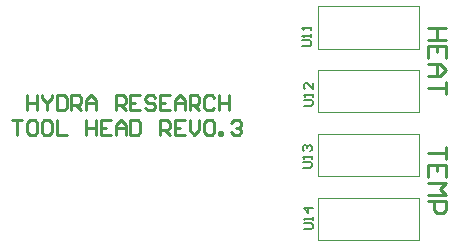
<source format=gto>
G04*
G04 #@! TF.GenerationSoftware,Altium Limited,Altium Designer,18.0.7 (293)*
G04*
G04 Layer_Color=65535*
%FSLAX25Y25*%
%MOIN*%
G70*
G01*
G75*
%ADD10C,0.00197*%
%ADD11C,0.01000*%
%ADD12C,0.00500*%
D10*
X439059Y379213D02*
Y393268D01*
X472720Y379213D02*
Y393268D01*
X439059D02*
X472720D01*
X439059Y379213D02*
X472720D01*
X439059Y357953D02*
X472720D01*
X439059Y372008D02*
X472720D01*
Y357953D02*
Y372008D01*
X439059Y357953D02*
Y372008D01*
Y336693D02*
Y350748D01*
X472720Y336693D02*
Y350748D01*
X439059D02*
X472720D01*
X439059Y336693D02*
X472720D01*
X439059Y315433D02*
X472720D01*
X439059Y329488D02*
X472720D01*
Y315433D02*
Y329488D01*
X439059Y315433D02*
Y329488D01*
D11*
X342120Y363623D02*
Y358704D01*
Y361163D01*
X345399D01*
Y363623D01*
Y358704D01*
X347039Y363623D02*
Y362803D01*
X348679Y361163D01*
X350319Y362803D01*
Y363623D01*
X348679Y361163D02*
Y358704D01*
X351959Y363623D02*
Y358704D01*
X354419D01*
X355239Y359524D01*
Y362803D01*
X354419Y363623D01*
X351959D01*
X356879Y358704D02*
Y363623D01*
X359338D01*
X360158Y362803D01*
Y361163D01*
X359338Y360344D01*
X356879D01*
X358519D02*
X360158Y358704D01*
X361798D02*
Y361983D01*
X363438Y363623D01*
X365078Y361983D01*
Y358704D01*
Y361163D01*
X361798D01*
X371638Y358704D02*
Y363623D01*
X374097D01*
X374918Y362803D01*
Y361163D01*
X374097Y360344D01*
X371638D01*
X373278D02*
X374918Y358704D01*
X379837Y363623D02*
X376557D01*
Y358704D01*
X379837D01*
X376557Y361163D02*
X378197D01*
X384757Y362803D02*
X383937Y363623D01*
X382297D01*
X381477Y362803D01*
Y361983D01*
X382297Y361163D01*
X383937D01*
X384757Y360344D01*
Y359524D01*
X383937Y358704D01*
X382297D01*
X381477Y359524D01*
X389676Y363623D02*
X386397D01*
Y358704D01*
X389676D01*
X386397Y361163D02*
X388037D01*
X391316Y358704D02*
Y361983D01*
X392956Y363623D01*
X394596Y361983D01*
Y358704D01*
Y361163D01*
X391316D01*
X396236Y358704D02*
Y363623D01*
X398696D01*
X399516Y362803D01*
Y361163D01*
X398696Y360344D01*
X396236D01*
X397876D02*
X399516Y358704D01*
X404435Y362803D02*
X403616Y363623D01*
X401976D01*
X401156Y362803D01*
Y359524D01*
X401976Y358704D01*
X403616D01*
X404435Y359524D01*
X406075Y363623D02*
Y358704D01*
Y361163D01*
X409355D01*
Y363623D01*
Y358704D01*
X337200Y355320D02*
X340480D01*
X338840D01*
Y350400D01*
X344580Y355320D02*
X342940D01*
X342120Y354500D01*
Y351220D01*
X342940Y350400D01*
X344580D01*
X345399Y351220D01*
Y354500D01*
X344580Y355320D01*
X349499D02*
X347859D01*
X347039Y354500D01*
Y351220D01*
X347859Y350400D01*
X349499D01*
X350319Y351220D01*
Y354500D01*
X349499Y355320D01*
X351959D02*
Y350400D01*
X355239D01*
X361798Y355320D02*
Y350400D01*
Y352860D01*
X365078D01*
Y355320D01*
Y350400D01*
X369998Y355320D02*
X366718D01*
Y350400D01*
X369998D01*
X366718Y352860D02*
X368358D01*
X371638Y350400D02*
Y353680D01*
X373278Y355320D01*
X374918Y353680D01*
Y350400D01*
Y352860D01*
X371638D01*
X376557Y355320D02*
Y350400D01*
X379017D01*
X379837Y351220D01*
Y354500D01*
X379017Y355320D01*
X376557D01*
X386397Y350400D02*
Y355320D01*
X388857D01*
X389676Y354500D01*
Y352860D01*
X388857Y352040D01*
X386397D01*
X388037D02*
X389676Y350400D01*
X394596Y355320D02*
X391316D01*
Y350400D01*
X394596D01*
X391316Y352860D02*
X392956D01*
X396236Y355320D02*
Y352040D01*
X397876Y350400D01*
X399516Y352040D01*
Y355320D01*
X401156Y354500D02*
X401976Y355320D01*
X403616D01*
X404435Y354500D01*
Y351220D01*
X403616Y350400D01*
X401976D01*
X401156Y351220D01*
Y354500D01*
X406075Y350400D02*
Y351220D01*
X406895D01*
Y350400D01*
X406075D01*
X410175Y354500D02*
X410995Y355320D01*
X412635D01*
X413455Y354500D01*
Y353680D01*
X412635Y352860D01*
X411815D01*
X412635D01*
X413455Y352040D01*
Y351220D01*
X412635Y350400D01*
X410995D01*
X410175Y351220D01*
X481598Y386000D02*
X475600D01*
X478599D01*
Y382001D01*
X481598D01*
X475600D01*
X481598Y376003D02*
Y380002D01*
X475600D01*
Y376003D01*
X478599Y380002D02*
Y378003D01*
X475600Y374004D02*
X479599D01*
X481598Y372005D01*
X479599Y370005D01*
X475600D01*
X478599D01*
Y374004D01*
X481598Y368006D02*
Y364007D01*
Y366006D01*
X475600D01*
X481798Y346500D02*
Y342501D01*
Y344501D01*
X475800D01*
X481798Y336503D02*
Y340502D01*
X475800D01*
Y336503D01*
X478799Y340502D02*
Y338503D01*
X475800Y334504D02*
X481798D01*
X479799Y332505D01*
X481798Y330505D01*
X475800D01*
Y328506D02*
X481798D01*
Y325507D01*
X480798Y324507D01*
X478799D01*
X477799Y325507D01*
Y328506D01*
D12*
X434306Y318941D02*
X436806D01*
X437305Y319441D01*
Y320441D01*
X436806Y320940D01*
X434306D01*
X437305Y321940D02*
Y322940D01*
Y322440D01*
X434306D01*
X434806Y321940D01*
X437305Y325939D02*
X434306D01*
X435806Y324439D01*
Y326438D01*
X434007Y339434D02*
X436506D01*
X437006Y339934D01*
Y340934D01*
X436506Y341434D01*
X434007D01*
X437006Y342433D02*
Y343433D01*
Y342933D01*
X434007D01*
X434506Y342433D01*
Y344932D02*
X434007Y345432D01*
Y346432D01*
X434506Y346932D01*
X435006D01*
X435506Y346432D01*
Y345932D01*
Y346432D01*
X436006Y346932D01*
X436506D01*
X437006Y346432D01*
Y345432D01*
X436506Y344932D01*
X434306Y360127D02*
X436806D01*
X437305Y360627D01*
Y361627D01*
X436806Y362127D01*
X434306D01*
X437305Y363126D02*
Y364126D01*
Y363626D01*
X434306D01*
X434806Y363126D01*
X437305Y367625D02*
Y365626D01*
X435306Y367625D01*
X434806D01*
X434306Y367125D01*
Y366125D01*
X434806Y365626D01*
X433807Y380020D02*
X436306D01*
X436805Y380520D01*
Y381520D01*
X436306Y382020D01*
X433807D01*
X436805Y383019D02*
Y384019D01*
Y383519D01*
X433807D01*
X434306Y383019D01*
X436805Y385519D02*
Y386518D01*
Y386019D01*
X433807D01*
X434306Y385519D01*
M02*

</source>
